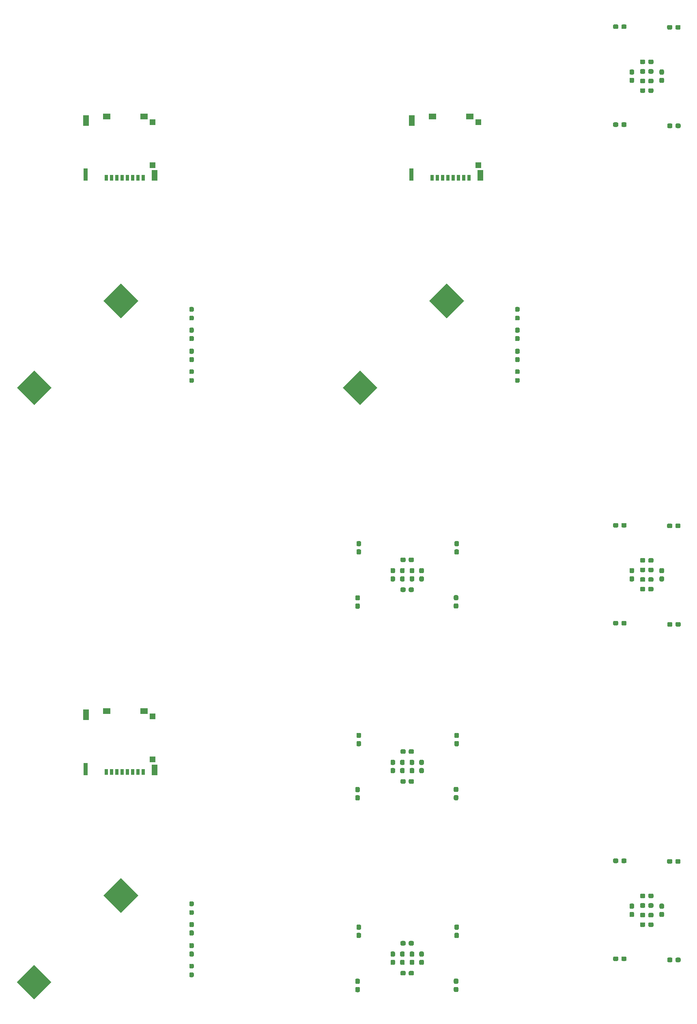
<source format=gbp>
%TF.GenerationSoftware,KiCad,Pcbnew,5.1.7-a382d34a8~87~ubuntu18.04.1*%
%TF.CreationDate,2020-11-13T15:53:21+02:00*%
%TF.ProjectId,panel,70616e65-6c2e-46b6-9963-61645f706362,Rev. A*%
%TF.SameCoordinates,Original*%
%TF.FileFunction,Paste,Bot*%
%TF.FilePolarity,Positive*%
%FSLAX46Y46*%
G04 Gerber Fmt 4.6, Leading zero omitted, Abs format (unit mm)*
G04 Created by KiCad (PCBNEW 5.1.7-a382d34a8~87~ubuntu18.04.1) date 2020-11-13 15:53:21*
%MOMM*%
%LPD*%
G01*
G04 APERTURE LIST*
%ADD10C,0.100000*%
%ADD11R,0.800000X1.250000*%
%ADD12R,0.950000X2.500000*%
%ADD13R,1.150000X2.200000*%
%ADD14R,1.500000X1.150000*%
%ADD15R,1.160000X1.250000*%
G04 APERTURE END LIST*
%TO.C,C14*%
G36*
G01*
X232650000Y-61762500D02*
X232650000Y-62237500D01*
G75*
G02*
X232412500Y-62475000I-237500J0D01*
G01*
X231812500Y-62475000D01*
G75*
G02*
X231575000Y-62237500I0J237500D01*
G01*
X231575000Y-61762500D01*
G75*
G02*
X231812500Y-61525000I237500J0D01*
G01*
X232412500Y-61525000D01*
G75*
G02*
X232650000Y-61762500I0J-237500D01*
G01*
G37*
G36*
G01*
X230925000Y-61762500D02*
X230925000Y-62237500D01*
G75*
G02*
X230687500Y-62475000I-237500J0D01*
G01*
X230087500Y-62475000D01*
G75*
G02*
X229850000Y-62237500I0J237500D01*
G01*
X229850000Y-61762500D01*
G75*
G02*
X230087500Y-61525000I237500J0D01*
G01*
X230687500Y-61525000D01*
G75*
G02*
X230925000Y-61762500I0J-237500D01*
G01*
G37*
%TD*%
%TO.C,C15*%
G36*
G01*
X229850000Y-60237500D02*
X229850000Y-59762500D01*
G75*
G02*
X230087500Y-59525000I237500J0D01*
G01*
X230687500Y-59525000D01*
G75*
G02*
X230925000Y-59762500I0J-237500D01*
G01*
X230925000Y-60237500D01*
G75*
G02*
X230687500Y-60475000I-237500J0D01*
G01*
X230087500Y-60475000D01*
G75*
G02*
X229850000Y-60237500I0J237500D01*
G01*
G37*
G36*
G01*
X231575000Y-60237500D02*
X231575000Y-59762500D01*
G75*
G02*
X231812500Y-59525000I237500J0D01*
G01*
X232412500Y-59525000D01*
G75*
G02*
X232650000Y-59762500I0J-237500D01*
G01*
X232650000Y-60237500D01*
G75*
G02*
X232412500Y-60475000I-237500J0D01*
G01*
X231812500Y-60475000D01*
G75*
G02*
X231575000Y-60237500I0J237500D01*
G01*
G37*
%TD*%
%TO.C,CB6*%
G36*
G01*
X235500000Y-51037500D02*
X235500000Y-50562500D01*
G75*
G02*
X235737500Y-50325000I237500J0D01*
G01*
X236337500Y-50325000D01*
G75*
G02*
X236575000Y-50562500I0J-237500D01*
G01*
X236575000Y-51037500D01*
G75*
G02*
X236337500Y-51275000I-237500J0D01*
G01*
X235737500Y-51275000D01*
G75*
G02*
X235500000Y-51037500I0J237500D01*
G01*
G37*
G36*
G01*
X237225000Y-51037500D02*
X237225000Y-50562500D01*
G75*
G02*
X237462500Y-50325000I237500J0D01*
G01*
X238062500Y-50325000D01*
G75*
G02*
X238300000Y-50562500I0J-237500D01*
G01*
X238300000Y-51037500D01*
G75*
G02*
X238062500Y-51275000I-237500J0D01*
G01*
X237462500Y-51275000D01*
G75*
G02*
X237225000Y-51037500I0J237500D01*
G01*
G37*
%TD*%
%TO.C,CB7*%
G36*
G01*
X232650000Y-57762500D02*
X232650000Y-58237500D01*
G75*
G02*
X232412500Y-58475000I-237500J0D01*
G01*
X231812500Y-58475000D01*
G75*
G02*
X231575000Y-58237500I0J237500D01*
G01*
X231575000Y-57762500D01*
G75*
G02*
X231812500Y-57525000I237500J0D01*
G01*
X232412500Y-57525000D01*
G75*
G02*
X232650000Y-57762500I0J-237500D01*
G01*
G37*
G36*
G01*
X230925000Y-57762500D02*
X230925000Y-58237500D01*
G75*
G02*
X230687500Y-58475000I-237500J0D01*
G01*
X230087500Y-58475000D01*
G75*
G02*
X229850000Y-58237500I0J237500D01*
G01*
X229850000Y-57762500D01*
G75*
G02*
X230087500Y-57525000I237500J0D01*
G01*
X230687500Y-57525000D01*
G75*
G02*
X230925000Y-57762500I0J-237500D01*
G01*
G37*
%TD*%
%TO.C,CB12*%
G36*
G01*
X229850000Y-64237500D02*
X229850000Y-63762500D01*
G75*
G02*
X230087500Y-63525000I237500J0D01*
G01*
X230687500Y-63525000D01*
G75*
G02*
X230925000Y-63762500I0J-237500D01*
G01*
X230925000Y-64237500D01*
G75*
G02*
X230687500Y-64475000I-237500J0D01*
G01*
X230087500Y-64475000D01*
G75*
G02*
X229850000Y-64237500I0J237500D01*
G01*
G37*
G36*
G01*
X231575000Y-64237500D02*
X231575000Y-63762500D01*
G75*
G02*
X231812500Y-63525000I237500J0D01*
G01*
X232412500Y-63525000D01*
G75*
G02*
X232650000Y-63762500I0J-237500D01*
G01*
X232650000Y-64237500D01*
G75*
G02*
X232412500Y-64475000I-237500J0D01*
G01*
X231812500Y-64475000D01*
G75*
G02*
X231575000Y-64237500I0J237500D01*
G01*
G37*
%TD*%
%TO.C,CB13*%
G36*
G01*
X227025000Y-70862500D02*
X227025000Y-71337500D01*
G75*
G02*
X226787500Y-71575000I-237500J0D01*
G01*
X226187500Y-71575000D01*
G75*
G02*
X225950000Y-71337500I0J237500D01*
G01*
X225950000Y-70862500D01*
G75*
G02*
X226187500Y-70625000I237500J0D01*
G01*
X226787500Y-70625000D01*
G75*
G02*
X227025000Y-70862500I0J-237500D01*
G01*
G37*
G36*
G01*
X225300000Y-70862500D02*
X225300000Y-71337500D01*
G75*
G02*
X225062500Y-71575000I-237500J0D01*
G01*
X224462500Y-71575000D01*
G75*
G02*
X224225000Y-71337500I0J237500D01*
G01*
X224225000Y-70862500D01*
G75*
G02*
X224462500Y-70625000I237500J0D01*
G01*
X225062500Y-70625000D01*
G75*
G02*
X225300000Y-70862500I0J-237500D01*
G01*
G37*
%TD*%
%TO.C,CB10*%
G36*
G01*
X234608333Y-62400000D02*
X234133333Y-62400000D01*
G75*
G02*
X233895833Y-62162500I0J237500D01*
G01*
X233895833Y-61562500D01*
G75*
G02*
X234133333Y-61325000I237500J0D01*
G01*
X234608333Y-61325000D01*
G75*
G02*
X234845833Y-61562500I0J-237500D01*
G01*
X234845833Y-62162500D01*
G75*
G02*
X234608333Y-62400000I-237500J0D01*
G01*
G37*
G36*
G01*
X234608333Y-60675000D02*
X234133333Y-60675000D01*
G75*
G02*
X233895833Y-60437500I0J237500D01*
G01*
X233895833Y-59837500D01*
G75*
G02*
X234133333Y-59600000I237500J0D01*
G01*
X234608333Y-59600000D01*
G75*
G02*
X234845833Y-59837500I0J-237500D01*
G01*
X234845833Y-60437500D01*
G75*
G02*
X234608333Y-60675000I-237500J0D01*
G01*
G37*
%TD*%
%TO.C,CB11*%
G36*
G01*
X238325000Y-71112500D02*
X238325000Y-71587500D01*
G75*
G02*
X238087500Y-71825000I-237500J0D01*
G01*
X237487500Y-71825000D01*
G75*
G02*
X237250000Y-71587500I0J237500D01*
G01*
X237250000Y-71112500D01*
G75*
G02*
X237487500Y-70875000I237500J0D01*
G01*
X238087500Y-70875000D01*
G75*
G02*
X238325000Y-71112500I0J-237500D01*
G01*
G37*
G36*
G01*
X236600000Y-71112500D02*
X236600000Y-71587500D01*
G75*
G02*
X236362500Y-71825000I-237500J0D01*
G01*
X235762500Y-71825000D01*
G75*
G02*
X235525000Y-71587500I0J237500D01*
G01*
X235525000Y-71112500D01*
G75*
G02*
X235762500Y-70875000I237500J0D01*
G01*
X236362500Y-70875000D01*
G75*
G02*
X236600000Y-71112500I0J-237500D01*
G01*
G37*
%TD*%
%TO.C,CB8*%
G36*
G01*
X224225000Y-50912500D02*
X224225000Y-50437500D01*
G75*
G02*
X224462500Y-50200000I237500J0D01*
G01*
X225062500Y-50200000D01*
G75*
G02*
X225300000Y-50437500I0J-237500D01*
G01*
X225300000Y-50912500D01*
G75*
G02*
X225062500Y-51150000I-237500J0D01*
G01*
X224462500Y-51150000D01*
G75*
G02*
X224225000Y-50912500I0J237500D01*
G01*
G37*
G36*
G01*
X225950000Y-50912500D02*
X225950000Y-50437500D01*
G75*
G02*
X226187500Y-50200000I237500J0D01*
G01*
X226787500Y-50200000D01*
G75*
G02*
X227025000Y-50437500I0J-237500D01*
G01*
X227025000Y-50912500D01*
G75*
G02*
X226787500Y-51150000I-237500J0D01*
G01*
X226187500Y-51150000D01*
G75*
G02*
X225950000Y-50912500I0J237500D01*
G01*
G37*
%TD*%
%TO.C,CB9*%
G36*
G01*
X227891667Y-59600000D02*
X228366667Y-59600000D01*
G75*
G02*
X228604167Y-59837500I0J-237500D01*
G01*
X228604167Y-60437500D01*
G75*
G02*
X228366667Y-60675000I-237500J0D01*
G01*
X227891667Y-60675000D01*
G75*
G02*
X227654167Y-60437500I0J237500D01*
G01*
X227654167Y-59837500D01*
G75*
G02*
X227891667Y-59600000I237500J0D01*
G01*
G37*
G36*
G01*
X227891667Y-61325000D02*
X228366667Y-61325000D01*
G75*
G02*
X228604167Y-61562500I0J-237500D01*
G01*
X228604167Y-62162500D01*
G75*
G02*
X228366667Y-62400000I-237500J0D01*
G01*
X227891667Y-62400000D01*
G75*
G02*
X227654167Y-62162500I0J237500D01*
G01*
X227654167Y-61562500D01*
G75*
G02*
X227891667Y-61325000I237500J0D01*
G01*
G37*
%TD*%
%TO.C,C14*%
G36*
G01*
X232650000Y-165762500D02*
X232650000Y-166237500D01*
G75*
G02*
X232412500Y-166475000I-237500J0D01*
G01*
X231812500Y-166475000D01*
G75*
G02*
X231575000Y-166237500I0J237500D01*
G01*
X231575000Y-165762500D01*
G75*
G02*
X231812500Y-165525000I237500J0D01*
G01*
X232412500Y-165525000D01*
G75*
G02*
X232650000Y-165762500I0J-237500D01*
G01*
G37*
G36*
G01*
X230925000Y-165762500D02*
X230925000Y-166237500D01*
G75*
G02*
X230687500Y-166475000I-237500J0D01*
G01*
X230087500Y-166475000D01*
G75*
G02*
X229850000Y-166237500I0J237500D01*
G01*
X229850000Y-165762500D01*
G75*
G02*
X230087500Y-165525000I237500J0D01*
G01*
X230687500Y-165525000D01*
G75*
G02*
X230925000Y-165762500I0J-237500D01*
G01*
G37*
%TD*%
%TO.C,C15*%
G36*
G01*
X229850000Y-164237500D02*
X229850000Y-163762500D01*
G75*
G02*
X230087500Y-163525000I237500J0D01*
G01*
X230687500Y-163525000D01*
G75*
G02*
X230925000Y-163762500I0J-237500D01*
G01*
X230925000Y-164237500D01*
G75*
G02*
X230687500Y-164475000I-237500J0D01*
G01*
X230087500Y-164475000D01*
G75*
G02*
X229850000Y-164237500I0J237500D01*
G01*
G37*
G36*
G01*
X231575000Y-164237500D02*
X231575000Y-163762500D01*
G75*
G02*
X231812500Y-163525000I237500J0D01*
G01*
X232412500Y-163525000D01*
G75*
G02*
X232650000Y-163762500I0J-237500D01*
G01*
X232650000Y-164237500D01*
G75*
G02*
X232412500Y-164475000I-237500J0D01*
G01*
X231812500Y-164475000D01*
G75*
G02*
X231575000Y-164237500I0J237500D01*
G01*
G37*
%TD*%
%TO.C,CB6*%
G36*
G01*
X235500000Y-155037500D02*
X235500000Y-154562500D01*
G75*
G02*
X235737500Y-154325000I237500J0D01*
G01*
X236337500Y-154325000D01*
G75*
G02*
X236575000Y-154562500I0J-237500D01*
G01*
X236575000Y-155037500D01*
G75*
G02*
X236337500Y-155275000I-237500J0D01*
G01*
X235737500Y-155275000D01*
G75*
G02*
X235500000Y-155037500I0J237500D01*
G01*
G37*
G36*
G01*
X237225000Y-155037500D02*
X237225000Y-154562500D01*
G75*
G02*
X237462500Y-154325000I237500J0D01*
G01*
X238062500Y-154325000D01*
G75*
G02*
X238300000Y-154562500I0J-237500D01*
G01*
X238300000Y-155037500D01*
G75*
G02*
X238062500Y-155275000I-237500J0D01*
G01*
X237462500Y-155275000D01*
G75*
G02*
X237225000Y-155037500I0J237500D01*
G01*
G37*
%TD*%
%TO.C,CB7*%
G36*
G01*
X232650000Y-161762500D02*
X232650000Y-162237500D01*
G75*
G02*
X232412500Y-162475000I-237500J0D01*
G01*
X231812500Y-162475000D01*
G75*
G02*
X231575000Y-162237500I0J237500D01*
G01*
X231575000Y-161762500D01*
G75*
G02*
X231812500Y-161525000I237500J0D01*
G01*
X232412500Y-161525000D01*
G75*
G02*
X232650000Y-161762500I0J-237500D01*
G01*
G37*
G36*
G01*
X230925000Y-161762500D02*
X230925000Y-162237500D01*
G75*
G02*
X230687500Y-162475000I-237500J0D01*
G01*
X230087500Y-162475000D01*
G75*
G02*
X229850000Y-162237500I0J237500D01*
G01*
X229850000Y-161762500D01*
G75*
G02*
X230087500Y-161525000I237500J0D01*
G01*
X230687500Y-161525000D01*
G75*
G02*
X230925000Y-161762500I0J-237500D01*
G01*
G37*
%TD*%
%TO.C,CB12*%
G36*
G01*
X229850000Y-168237500D02*
X229850000Y-167762500D01*
G75*
G02*
X230087500Y-167525000I237500J0D01*
G01*
X230687500Y-167525000D01*
G75*
G02*
X230925000Y-167762500I0J-237500D01*
G01*
X230925000Y-168237500D01*
G75*
G02*
X230687500Y-168475000I-237500J0D01*
G01*
X230087500Y-168475000D01*
G75*
G02*
X229850000Y-168237500I0J237500D01*
G01*
G37*
G36*
G01*
X231575000Y-168237500D02*
X231575000Y-167762500D01*
G75*
G02*
X231812500Y-167525000I237500J0D01*
G01*
X232412500Y-167525000D01*
G75*
G02*
X232650000Y-167762500I0J-237500D01*
G01*
X232650000Y-168237500D01*
G75*
G02*
X232412500Y-168475000I-237500J0D01*
G01*
X231812500Y-168475000D01*
G75*
G02*
X231575000Y-168237500I0J237500D01*
G01*
G37*
%TD*%
%TO.C,CB13*%
G36*
G01*
X227025000Y-174862500D02*
X227025000Y-175337500D01*
G75*
G02*
X226787500Y-175575000I-237500J0D01*
G01*
X226187500Y-175575000D01*
G75*
G02*
X225950000Y-175337500I0J237500D01*
G01*
X225950000Y-174862500D01*
G75*
G02*
X226187500Y-174625000I237500J0D01*
G01*
X226787500Y-174625000D01*
G75*
G02*
X227025000Y-174862500I0J-237500D01*
G01*
G37*
G36*
G01*
X225300000Y-174862500D02*
X225300000Y-175337500D01*
G75*
G02*
X225062500Y-175575000I-237500J0D01*
G01*
X224462500Y-175575000D01*
G75*
G02*
X224225000Y-175337500I0J237500D01*
G01*
X224225000Y-174862500D01*
G75*
G02*
X224462500Y-174625000I237500J0D01*
G01*
X225062500Y-174625000D01*
G75*
G02*
X225300000Y-174862500I0J-237500D01*
G01*
G37*
%TD*%
%TO.C,CB10*%
G36*
G01*
X234608333Y-166400000D02*
X234133333Y-166400000D01*
G75*
G02*
X233895833Y-166162500I0J237500D01*
G01*
X233895833Y-165562500D01*
G75*
G02*
X234133333Y-165325000I237500J0D01*
G01*
X234608333Y-165325000D01*
G75*
G02*
X234845833Y-165562500I0J-237500D01*
G01*
X234845833Y-166162500D01*
G75*
G02*
X234608333Y-166400000I-237500J0D01*
G01*
G37*
G36*
G01*
X234608333Y-164675000D02*
X234133333Y-164675000D01*
G75*
G02*
X233895833Y-164437500I0J237500D01*
G01*
X233895833Y-163837500D01*
G75*
G02*
X234133333Y-163600000I237500J0D01*
G01*
X234608333Y-163600000D01*
G75*
G02*
X234845833Y-163837500I0J-237500D01*
G01*
X234845833Y-164437500D01*
G75*
G02*
X234608333Y-164675000I-237500J0D01*
G01*
G37*
%TD*%
%TO.C,CB11*%
G36*
G01*
X238325000Y-175112500D02*
X238325000Y-175587500D01*
G75*
G02*
X238087500Y-175825000I-237500J0D01*
G01*
X237487500Y-175825000D01*
G75*
G02*
X237250000Y-175587500I0J237500D01*
G01*
X237250000Y-175112500D01*
G75*
G02*
X237487500Y-174875000I237500J0D01*
G01*
X238087500Y-174875000D01*
G75*
G02*
X238325000Y-175112500I0J-237500D01*
G01*
G37*
G36*
G01*
X236600000Y-175112500D02*
X236600000Y-175587500D01*
G75*
G02*
X236362500Y-175825000I-237500J0D01*
G01*
X235762500Y-175825000D01*
G75*
G02*
X235525000Y-175587500I0J237500D01*
G01*
X235525000Y-175112500D01*
G75*
G02*
X235762500Y-174875000I237500J0D01*
G01*
X236362500Y-174875000D01*
G75*
G02*
X236600000Y-175112500I0J-237500D01*
G01*
G37*
%TD*%
%TO.C,CB8*%
G36*
G01*
X224225000Y-154912500D02*
X224225000Y-154437500D01*
G75*
G02*
X224462500Y-154200000I237500J0D01*
G01*
X225062500Y-154200000D01*
G75*
G02*
X225300000Y-154437500I0J-237500D01*
G01*
X225300000Y-154912500D01*
G75*
G02*
X225062500Y-155150000I-237500J0D01*
G01*
X224462500Y-155150000D01*
G75*
G02*
X224225000Y-154912500I0J237500D01*
G01*
G37*
G36*
G01*
X225950000Y-154912500D02*
X225950000Y-154437500D01*
G75*
G02*
X226187500Y-154200000I237500J0D01*
G01*
X226787500Y-154200000D01*
G75*
G02*
X227025000Y-154437500I0J-237500D01*
G01*
X227025000Y-154912500D01*
G75*
G02*
X226787500Y-155150000I-237500J0D01*
G01*
X226187500Y-155150000D01*
G75*
G02*
X225950000Y-154912500I0J237500D01*
G01*
G37*
%TD*%
%TO.C,CB9*%
G36*
G01*
X227891667Y-163600000D02*
X228366667Y-163600000D01*
G75*
G02*
X228604167Y-163837500I0J-237500D01*
G01*
X228604167Y-164437500D01*
G75*
G02*
X228366667Y-164675000I-237500J0D01*
G01*
X227891667Y-164675000D01*
G75*
G02*
X227654167Y-164437500I0J237500D01*
G01*
X227654167Y-163837500D01*
G75*
G02*
X227891667Y-163600000I237500J0D01*
G01*
G37*
G36*
G01*
X227891667Y-165325000D02*
X228366667Y-165325000D01*
G75*
G02*
X228604167Y-165562500I0J-237500D01*
G01*
X228604167Y-166162500D01*
G75*
G02*
X228366667Y-166400000I-237500J0D01*
G01*
X227891667Y-166400000D01*
G75*
G02*
X227654167Y-166162500I0J237500D01*
G01*
X227654167Y-165562500D01*
G75*
G02*
X227891667Y-165325000I237500J0D01*
G01*
G37*
%TD*%
%TO.C,C14*%
G36*
G01*
X232650000Y-235762500D02*
X232650000Y-236237500D01*
G75*
G02*
X232412500Y-236475000I-237500J0D01*
G01*
X231812500Y-236475000D01*
G75*
G02*
X231575000Y-236237500I0J237500D01*
G01*
X231575000Y-235762500D01*
G75*
G02*
X231812500Y-235525000I237500J0D01*
G01*
X232412500Y-235525000D01*
G75*
G02*
X232650000Y-235762500I0J-237500D01*
G01*
G37*
G36*
G01*
X230925000Y-235762500D02*
X230925000Y-236237500D01*
G75*
G02*
X230687500Y-236475000I-237500J0D01*
G01*
X230087500Y-236475000D01*
G75*
G02*
X229850000Y-236237500I0J237500D01*
G01*
X229850000Y-235762500D01*
G75*
G02*
X230087500Y-235525000I237500J0D01*
G01*
X230687500Y-235525000D01*
G75*
G02*
X230925000Y-235762500I0J-237500D01*
G01*
G37*
%TD*%
%TO.C,C15*%
G36*
G01*
X229850000Y-234237500D02*
X229850000Y-233762500D01*
G75*
G02*
X230087500Y-233525000I237500J0D01*
G01*
X230687500Y-233525000D01*
G75*
G02*
X230925000Y-233762500I0J-237500D01*
G01*
X230925000Y-234237500D01*
G75*
G02*
X230687500Y-234475000I-237500J0D01*
G01*
X230087500Y-234475000D01*
G75*
G02*
X229850000Y-234237500I0J237500D01*
G01*
G37*
G36*
G01*
X231575000Y-234237500D02*
X231575000Y-233762500D01*
G75*
G02*
X231812500Y-233525000I237500J0D01*
G01*
X232412500Y-233525000D01*
G75*
G02*
X232650000Y-233762500I0J-237500D01*
G01*
X232650000Y-234237500D01*
G75*
G02*
X232412500Y-234475000I-237500J0D01*
G01*
X231812500Y-234475000D01*
G75*
G02*
X231575000Y-234237500I0J237500D01*
G01*
G37*
%TD*%
%TO.C,CB6*%
G36*
G01*
X235500000Y-225037500D02*
X235500000Y-224562500D01*
G75*
G02*
X235737500Y-224325000I237500J0D01*
G01*
X236337500Y-224325000D01*
G75*
G02*
X236575000Y-224562500I0J-237500D01*
G01*
X236575000Y-225037500D01*
G75*
G02*
X236337500Y-225275000I-237500J0D01*
G01*
X235737500Y-225275000D01*
G75*
G02*
X235500000Y-225037500I0J237500D01*
G01*
G37*
G36*
G01*
X237225000Y-225037500D02*
X237225000Y-224562500D01*
G75*
G02*
X237462500Y-224325000I237500J0D01*
G01*
X238062500Y-224325000D01*
G75*
G02*
X238300000Y-224562500I0J-237500D01*
G01*
X238300000Y-225037500D01*
G75*
G02*
X238062500Y-225275000I-237500J0D01*
G01*
X237462500Y-225275000D01*
G75*
G02*
X237225000Y-225037500I0J237500D01*
G01*
G37*
%TD*%
%TO.C,CB7*%
G36*
G01*
X232650000Y-231762500D02*
X232650000Y-232237500D01*
G75*
G02*
X232412500Y-232475000I-237500J0D01*
G01*
X231812500Y-232475000D01*
G75*
G02*
X231575000Y-232237500I0J237500D01*
G01*
X231575000Y-231762500D01*
G75*
G02*
X231812500Y-231525000I237500J0D01*
G01*
X232412500Y-231525000D01*
G75*
G02*
X232650000Y-231762500I0J-237500D01*
G01*
G37*
G36*
G01*
X230925000Y-231762500D02*
X230925000Y-232237500D01*
G75*
G02*
X230687500Y-232475000I-237500J0D01*
G01*
X230087500Y-232475000D01*
G75*
G02*
X229850000Y-232237500I0J237500D01*
G01*
X229850000Y-231762500D01*
G75*
G02*
X230087500Y-231525000I237500J0D01*
G01*
X230687500Y-231525000D01*
G75*
G02*
X230925000Y-231762500I0J-237500D01*
G01*
G37*
%TD*%
%TO.C,CB12*%
G36*
G01*
X229850000Y-238237500D02*
X229850000Y-237762500D01*
G75*
G02*
X230087500Y-237525000I237500J0D01*
G01*
X230687500Y-237525000D01*
G75*
G02*
X230925000Y-237762500I0J-237500D01*
G01*
X230925000Y-238237500D01*
G75*
G02*
X230687500Y-238475000I-237500J0D01*
G01*
X230087500Y-238475000D01*
G75*
G02*
X229850000Y-238237500I0J237500D01*
G01*
G37*
G36*
G01*
X231575000Y-238237500D02*
X231575000Y-237762500D01*
G75*
G02*
X231812500Y-237525000I237500J0D01*
G01*
X232412500Y-237525000D01*
G75*
G02*
X232650000Y-237762500I0J-237500D01*
G01*
X232650000Y-238237500D01*
G75*
G02*
X232412500Y-238475000I-237500J0D01*
G01*
X231812500Y-238475000D01*
G75*
G02*
X231575000Y-238237500I0J237500D01*
G01*
G37*
%TD*%
%TO.C,CB13*%
G36*
G01*
X227025000Y-244862500D02*
X227025000Y-245337500D01*
G75*
G02*
X226787500Y-245575000I-237500J0D01*
G01*
X226187500Y-245575000D01*
G75*
G02*
X225950000Y-245337500I0J237500D01*
G01*
X225950000Y-244862500D01*
G75*
G02*
X226187500Y-244625000I237500J0D01*
G01*
X226787500Y-244625000D01*
G75*
G02*
X227025000Y-244862500I0J-237500D01*
G01*
G37*
G36*
G01*
X225300000Y-244862500D02*
X225300000Y-245337500D01*
G75*
G02*
X225062500Y-245575000I-237500J0D01*
G01*
X224462500Y-245575000D01*
G75*
G02*
X224225000Y-245337500I0J237500D01*
G01*
X224225000Y-244862500D01*
G75*
G02*
X224462500Y-244625000I237500J0D01*
G01*
X225062500Y-244625000D01*
G75*
G02*
X225300000Y-244862500I0J-237500D01*
G01*
G37*
%TD*%
%TO.C,CB10*%
G36*
G01*
X234608333Y-236400000D02*
X234133333Y-236400000D01*
G75*
G02*
X233895833Y-236162500I0J237500D01*
G01*
X233895833Y-235562500D01*
G75*
G02*
X234133333Y-235325000I237500J0D01*
G01*
X234608333Y-235325000D01*
G75*
G02*
X234845833Y-235562500I0J-237500D01*
G01*
X234845833Y-236162500D01*
G75*
G02*
X234608333Y-236400000I-237500J0D01*
G01*
G37*
G36*
G01*
X234608333Y-234675000D02*
X234133333Y-234675000D01*
G75*
G02*
X233895833Y-234437500I0J237500D01*
G01*
X233895833Y-233837500D01*
G75*
G02*
X234133333Y-233600000I237500J0D01*
G01*
X234608333Y-233600000D01*
G75*
G02*
X234845833Y-233837500I0J-237500D01*
G01*
X234845833Y-234437500D01*
G75*
G02*
X234608333Y-234675000I-237500J0D01*
G01*
G37*
%TD*%
%TO.C,CB11*%
G36*
G01*
X238325000Y-245112500D02*
X238325000Y-245587500D01*
G75*
G02*
X238087500Y-245825000I-237500J0D01*
G01*
X237487500Y-245825000D01*
G75*
G02*
X237250000Y-245587500I0J237500D01*
G01*
X237250000Y-245112500D01*
G75*
G02*
X237487500Y-244875000I237500J0D01*
G01*
X238087500Y-244875000D01*
G75*
G02*
X238325000Y-245112500I0J-237500D01*
G01*
G37*
G36*
G01*
X236600000Y-245112500D02*
X236600000Y-245587500D01*
G75*
G02*
X236362500Y-245825000I-237500J0D01*
G01*
X235762500Y-245825000D01*
G75*
G02*
X235525000Y-245587500I0J237500D01*
G01*
X235525000Y-245112500D01*
G75*
G02*
X235762500Y-244875000I237500J0D01*
G01*
X236362500Y-244875000D01*
G75*
G02*
X236600000Y-245112500I0J-237500D01*
G01*
G37*
%TD*%
%TO.C,CB8*%
G36*
G01*
X224225000Y-224912500D02*
X224225000Y-224437500D01*
G75*
G02*
X224462500Y-224200000I237500J0D01*
G01*
X225062500Y-224200000D01*
G75*
G02*
X225300000Y-224437500I0J-237500D01*
G01*
X225300000Y-224912500D01*
G75*
G02*
X225062500Y-225150000I-237500J0D01*
G01*
X224462500Y-225150000D01*
G75*
G02*
X224225000Y-224912500I0J237500D01*
G01*
G37*
G36*
G01*
X225950000Y-224912500D02*
X225950000Y-224437500D01*
G75*
G02*
X226187500Y-224200000I237500J0D01*
G01*
X226787500Y-224200000D01*
G75*
G02*
X227025000Y-224437500I0J-237500D01*
G01*
X227025000Y-224912500D01*
G75*
G02*
X226787500Y-225150000I-237500J0D01*
G01*
X226187500Y-225150000D01*
G75*
G02*
X225950000Y-224912500I0J237500D01*
G01*
G37*
%TD*%
%TO.C,CB9*%
G36*
G01*
X227891667Y-233600000D02*
X228366667Y-233600000D01*
G75*
G02*
X228604167Y-233837500I0J-237500D01*
G01*
X228604167Y-234437500D01*
G75*
G02*
X228366667Y-234675000I-237500J0D01*
G01*
X227891667Y-234675000D01*
G75*
G02*
X227654167Y-234437500I0J237500D01*
G01*
X227654167Y-233837500D01*
G75*
G02*
X227891667Y-233600000I237500J0D01*
G01*
G37*
G36*
G01*
X227891667Y-235325000D02*
X228366667Y-235325000D01*
G75*
G02*
X228604167Y-235562500I0J-237500D01*
G01*
X228604167Y-236162500D01*
G75*
G02*
X228366667Y-236400000I-237500J0D01*
G01*
X227891667Y-236400000D01*
G75*
G02*
X227654167Y-236162500I0J237500D01*
G01*
X227654167Y-235562500D01*
G75*
G02*
X227891667Y-235325000I237500J0D01*
G01*
G37*
%TD*%
%TO.C,C14*%
G36*
G01*
X180487500Y-246400000D02*
X180012500Y-246400000D01*
G75*
G02*
X179775000Y-246162500I0J237500D01*
G01*
X179775000Y-245562500D01*
G75*
G02*
X180012500Y-245325000I237500J0D01*
G01*
X180487500Y-245325000D01*
G75*
G02*
X180725000Y-245562500I0J-237500D01*
G01*
X180725000Y-246162500D01*
G75*
G02*
X180487500Y-246400000I-237500J0D01*
G01*
G37*
G36*
G01*
X180487500Y-244675000D02*
X180012500Y-244675000D01*
G75*
G02*
X179775000Y-244437500I0J237500D01*
G01*
X179775000Y-243837500D01*
G75*
G02*
X180012500Y-243600000I237500J0D01*
G01*
X180487500Y-243600000D01*
G75*
G02*
X180725000Y-243837500I0J-237500D01*
G01*
X180725000Y-244437500D01*
G75*
G02*
X180487500Y-244675000I-237500J0D01*
G01*
G37*
%TD*%
%TO.C,C15*%
G36*
G01*
X182012500Y-243600000D02*
X182487500Y-243600000D01*
G75*
G02*
X182725000Y-243837500I0J-237500D01*
G01*
X182725000Y-244437500D01*
G75*
G02*
X182487500Y-244675000I-237500J0D01*
G01*
X182012500Y-244675000D01*
G75*
G02*
X181775000Y-244437500I0J237500D01*
G01*
X181775000Y-243837500D01*
G75*
G02*
X182012500Y-243600000I237500J0D01*
G01*
G37*
G36*
G01*
X182012500Y-245325000D02*
X182487500Y-245325000D01*
G75*
G02*
X182725000Y-245562500I0J-237500D01*
G01*
X182725000Y-246162500D01*
G75*
G02*
X182487500Y-246400000I-237500J0D01*
G01*
X182012500Y-246400000D01*
G75*
G02*
X181775000Y-246162500I0J237500D01*
G01*
X181775000Y-245562500D01*
G75*
G02*
X182012500Y-245325000I237500J0D01*
G01*
G37*
%TD*%
%TO.C,CB6*%
G36*
G01*
X191212500Y-249250000D02*
X191687500Y-249250000D01*
G75*
G02*
X191925000Y-249487500I0J-237500D01*
G01*
X191925000Y-250087500D01*
G75*
G02*
X191687500Y-250325000I-237500J0D01*
G01*
X191212500Y-250325000D01*
G75*
G02*
X190975000Y-250087500I0J237500D01*
G01*
X190975000Y-249487500D01*
G75*
G02*
X191212500Y-249250000I237500J0D01*
G01*
G37*
G36*
G01*
X191212500Y-250975000D02*
X191687500Y-250975000D01*
G75*
G02*
X191925000Y-251212500I0J-237500D01*
G01*
X191925000Y-251812500D01*
G75*
G02*
X191687500Y-252050000I-237500J0D01*
G01*
X191212500Y-252050000D01*
G75*
G02*
X190975000Y-251812500I0J237500D01*
G01*
X190975000Y-251212500D01*
G75*
G02*
X191212500Y-250975000I237500J0D01*
G01*
G37*
%TD*%
%TO.C,CB7*%
G36*
G01*
X184487500Y-246400000D02*
X184012500Y-246400000D01*
G75*
G02*
X183775000Y-246162500I0J237500D01*
G01*
X183775000Y-245562500D01*
G75*
G02*
X184012500Y-245325000I237500J0D01*
G01*
X184487500Y-245325000D01*
G75*
G02*
X184725000Y-245562500I0J-237500D01*
G01*
X184725000Y-246162500D01*
G75*
G02*
X184487500Y-246400000I-237500J0D01*
G01*
G37*
G36*
G01*
X184487500Y-244675000D02*
X184012500Y-244675000D01*
G75*
G02*
X183775000Y-244437500I0J237500D01*
G01*
X183775000Y-243837500D01*
G75*
G02*
X184012500Y-243600000I237500J0D01*
G01*
X184487500Y-243600000D01*
G75*
G02*
X184725000Y-243837500I0J-237500D01*
G01*
X184725000Y-244437500D01*
G75*
G02*
X184487500Y-244675000I-237500J0D01*
G01*
G37*
%TD*%
%TO.C,CB12*%
G36*
G01*
X178012500Y-243600000D02*
X178487500Y-243600000D01*
G75*
G02*
X178725000Y-243837500I0J-237500D01*
G01*
X178725000Y-244437500D01*
G75*
G02*
X178487500Y-244675000I-237500J0D01*
G01*
X178012500Y-244675000D01*
G75*
G02*
X177775000Y-244437500I0J237500D01*
G01*
X177775000Y-243837500D01*
G75*
G02*
X178012500Y-243600000I237500J0D01*
G01*
G37*
G36*
G01*
X178012500Y-245325000D02*
X178487500Y-245325000D01*
G75*
G02*
X178725000Y-245562500I0J-237500D01*
G01*
X178725000Y-246162500D01*
G75*
G02*
X178487500Y-246400000I-237500J0D01*
G01*
X178012500Y-246400000D01*
G75*
G02*
X177775000Y-246162500I0J237500D01*
G01*
X177775000Y-245562500D01*
G75*
G02*
X178012500Y-245325000I237500J0D01*
G01*
G37*
%TD*%
%TO.C,CB13*%
G36*
G01*
X171387500Y-240775000D02*
X170912500Y-240775000D01*
G75*
G02*
X170675000Y-240537500I0J237500D01*
G01*
X170675000Y-239937500D01*
G75*
G02*
X170912500Y-239700000I237500J0D01*
G01*
X171387500Y-239700000D01*
G75*
G02*
X171625000Y-239937500I0J-237500D01*
G01*
X171625000Y-240537500D01*
G75*
G02*
X171387500Y-240775000I-237500J0D01*
G01*
G37*
G36*
G01*
X171387500Y-239050000D02*
X170912500Y-239050000D01*
G75*
G02*
X170675000Y-238812500I0J237500D01*
G01*
X170675000Y-238212500D01*
G75*
G02*
X170912500Y-237975000I237500J0D01*
G01*
X171387500Y-237975000D01*
G75*
G02*
X171625000Y-238212500I0J-237500D01*
G01*
X171625000Y-238812500D01*
G75*
G02*
X171387500Y-239050000I-237500J0D01*
G01*
G37*
%TD*%
%TO.C,CB10*%
G36*
G01*
X179850000Y-248358333D02*
X179850000Y-247883333D01*
G75*
G02*
X180087500Y-247645833I237500J0D01*
G01*
X180687500Y-247645833D01*
G75*
G02*
X180925000Y-247883333I0J-237500D01*
G01*
X180925000Y-248358333D01*
G75*
G02*
X180687500Y-248595833I-237500J0D01*
G01*
X180087500Y-248595833D01*
G75*
G02*
X179850000Y-248358333I0J237500D01*
G01*
G37*
G36*
G01*
X181575000Y-248358333D02*
X181575000Y-247883333D01*
G75*
G02*
X181812500Y-247645833I237500J0D01*
G01*
X182412500Y-247645833D01*
G75*
G02*
X182650000Y-247883333I0J-237500D01*
G01*
X182650000Y-248358333D01*
G75*
G02*
X182412500Y-248595833I-237500J0D01*
G01*
X181812500Y-248595833D01*
G75*
G02*
X181575000Y-248358333I0J237500D01*
G01*
G37*
%TD*%
%TO.C,CB11*%
G36*
G01*
X171137500Y-252075000D02*
X170662500Y-252075000D01*
G75*
G02*
X170425000Y-251837500I0J237500D01*
G01*
X170425000Y-251237500D01*
G75*
G02*
X170662500Y-251000000I237500J0D01*
G01*
X171137500Y-251000000D01*
G75*
G02*
X171375000Y-251237500I0J-237500D01*
G01*
X171375000Y-251837500D01*
G75*
G02*
X171137500Y-252075000I-237500J0D01*
G01*
G37*
G36*
G01*
X171137500Y-250350000D02*
X170662500Y-250350000D01*
G75*
G02*
X170425000Y-250112500I0J237500D01*
G01*
X170425000Y-249512500D01*
G75*
G02*
X170662500Y-249275000I237500J0D01*
G01*
X171137500Y-249275000D01*
G75*
G02*
X171375000Y-249512500I0J-237500D01*
G01*
X171375000Y-250112500D01*
G75*
G02*
X171137500Y-250350000I-237500J0D01*
G01*
G37*
%TD*%
%TO.C,CB8*%
G36*
G01*
X191337500Y-237975000D02*
X191812500Y-237975000D01*
G75*
G02*
X192050000Y-238212500I0J-237500D01*
G01*
X192050000Y-238812500D01*
G75*
G02*
X191812500Y-239050000I-237500J0D01*
G01*
X191337500Y-239050000D01*
G75*
G02*
X191100000Y-238812500I0J237500D01*
G01*
X191100000Y-238212500D01*
G75*
G02*
X191337500Y-237975000I237500J0D01*
G01*
G37*
G36*
G01*
X191337500Y-239700000D02*
X191812500Y-239700000D01*
G75*
G02*
X192050000Y-239937500I0J-237500D01*
G01*
X192050000Y-240537500D01*
G75*
G02*
X191812500Y-240775000I-237500J0D01*
G01*
X191337500Y-240775000D01*
G75*
G02*
X191100000Y-240537500I0J237500D01*
G01*
X191100000Y-239937500D01*
G75*
G02*
X191337500Y-239700000I237500J0D01*
G01*
G37*
%TD*%
%TO.C,CB9*%
G36*
G01*
X182650000Y-241641667D02*
X182650000Y-242116667D01*
G75*
G02*
X182412500Y-242354167I-237500J0D01*
G01*
X181812500Y-242354167D01*
G75*
G02*
X181575000Y-242116667I0J237500D01*
G01*
X181575000Y-241641667D01*
G75*
G02*
X181812500Y-241404167I237500J0D01*
G01*
X182412500Y-241404167D01*
G75*
G02*
X182650000Y-241641667I0J-237500D01*
G01*
G37*
G36*
G01*
X180925000Y-241641667D02*
X180925000Y-242116667D01*
G75*
G02*
X180687500Y-242354167I-237500J0D01*
G01*
X180087500Y-242354167D01*
G75*
G02*
X179850000Y-242116667I0J237500D01*
G01*
X179850000Y-241641667D01*
G75*
G02*
X180087500Y-241404167I237500J0D01*
G01*
X180687500Y-241404167D01*
G75*
G02*
X180925000Y-241641667I0J-237500D01*
G01*
G37*
%TD*%
%TO.C,C14*%
G36*
G01*
X180487500Y-206400000D02*
X180012500Y-206400000D01*
G75*
G02*
X179775000Y-206162500I0J237500D01*
G01*
X179775000Y-205562500D01*
G75*
G02*
X180012500Y-205325000I237500J0D01*
G01*
X180487500Y-205325000D01*
G75*
G02*
X180725000Y-205562500I0J-237500D01*
G01*
X180725000Y-206162500D01*
G75*
G02*
X180487500Y-206400000I-237500J0D01*
G01*
G37*
G36*
G01*
X180487500Y-204675000D02*
X180012500Y-204675000D01*
G75*
G02*
X179775000Y-204437500I0J237500D01*
G01*
X179775000Y-203837500D01*
G75*
G02*
X180012500Y-203600000I237500J0D01*
G01*
X180487500Y-203600000D01*
G75*
G02*
X180725000Y-203837500I0J-237500D01*
G01*
X180725000Y-204437500D01*
G75*
G02*
X180487500Y-204675000I-237500J0D01*
G01*
G37*
%TD*%
%TO.C,C15*%
G36*
G01*
X182012500Y-203600000D02*
X182487500Y-203600000D01*
G75*
G02*
X182725000Y-203837500I0J-237500D01*
G01*
X182725000Y-204437500D01*
G75*
G02*
X182487500Y-204675000I-237500J0D01*
G01*
X182012500Y-204675000D01*
G75*
G02*
X181775000Y-204437500I0J237500D01*
G01*
X181775000Y-203837500D01*
G75*
G02*
X182012500Y-203600000I237500J0D01*
G01*
G37*
G36*
G01*
X182012500Y-205325000D02*
X182487500Y-205325000D01*
G75*
G02*
X182725000Y-205562500I0J-237500D01*
G01*
X182725000Y-206162500D01*
G75*
G02*
X182487500Y-206400000I-237500J0D01*
G01*
X182012500Y-206400000D01*
G75*
G02*
X181775000Y-206162500I0J237500D01*
G01*
X181775000Y-205562500D01*
G75*
G02*
X182012500Y-205325000I237500J0D01*
G01*
G37*
%TD*%
%TO.C,CB6*%
G36*
G01*
X191212500Y-209250000D02*
X191687500Y-209250000D01*
G75*
G02*
X191925000Y-209487500I0J-237500D01*
G01*
X191925000Y-210087500D01*
G75*
G02*
X191687500Y-210325000I-237500J0D01*
G01*
X191212500Y-210325000D01*
G75*
G02*
X190975000Y-210087500I0J237500D01*
G01*
X190975000Y-209487500D01*
G75*
G02*
X191212500Y-209250000I237500J0D01*
G01*
G37*
G36*
G01*
X191212500Y-210975000D02*
X191687500Y-210975000D01*
G75*
G02*
X191925000Y-211212500I0J-237500D01*
G01*
X191925000Y-211812500D01*
G75*
G02*
X191687500Y-212050000I-237500J0D01*
G01*
X191212500Y-212050000D01*
G75*
G02*
X190975000Y-211812500I0J237500D01*
G01*
X190975000Y-211212500D01*
G75*
G02*
X191212500Y-210975000I237500J0D01*
G01*
G37*
%TD*%
%TO.C,CB7*%
G36*
G01*
X184487500Y-206400000D02*
X184012500Y-206400000D01*
G75*
G02*
X183775000Y-206162500I0J237500D01*
G01*
X183775000Y-205562500D01*
G75*
G02*
X184012500Y-205325000I237500J0D01*
G01*
X184487500Y-205325000D01*
G75*
G02*
X184725000Y-205562500I0J-237500D01*
G01*
X184725000Y-206162500D01*
G75*
G02*
X184487500Y-206400000I-237500J0D01*
G01*
G37*
G36*
G01*
X184487500Y-204675000D02*
X184012500Y-204675000D01*
G75*
G02*
X183775000Y-204437500I0J237500D01*
G01*
X183775000Y-203837500D01*
G75*
G02*
X184012500Y-203600000I237500J0D01*
G01*
X184487500Y-203600000D01*
G75*
G02*
X184725000Y-203837500I0J-237500D01*
G01*
X184725000Y-204437500D01*
G75*
G02*
X184487500Y-204675000I-237500J0D01*
G01*
G37*
%TD*%
%TO.C,CB12*%
G36*
G01*
X178012500Y-203600000D02*
X178487500Y-203600000D01*
G75*
G02*
X178725000Y-203837500I0J-237500D01*
G01*
X178725000Y-204437500D01*
G75*
G02*
X178487500Y-204675000I-237500J0D01*
G01*
X178012500Y-204675000D01*
G75*
G02*
X177775000Y-204437500I0J237500D01*
G01*
X177775000Y-203837500D01*
G75*
G02*
X178012500Y-203600000I237500J0D01*
G01*
G37*
G36*
G01*
X178012500Y-205325000D02*
X178487500Y-205325000D01*
G75*
G02*
X178725000Y-205562500I0J-237500D01*
G01*
X178725000Y-206162500D01*
G75*
G02*
X178487500Y-206400000I-237500J0D01*
G01*
X178012500Y-206400000D01*
G75*
G02*
X177775000Y-206162500I0J237500D01*
G01*
X177775000Y-205562500D01*
G75*
G02*
X178012500Y-205325000I237500J0D01*
G01*
G37*
%TD*%
%TO.C,CB13*%
G36*
G01*
X171387500Y-200775000D02*
X170912500Y-200775000D01*
G75*
G02*
X170675000Y-200537500I0J237500D01*
G01*
X170675000Y-199937500D01*
G75*
G02*
X170912500Y-199700000I237500J0D01*
G01*
X171387500Y-199700000D01*
G75*
G02*
X171625000Y-199937500I0J-237500D01*
G01*
X171625000Y-200537500D01*
G75*
G02*
X171387500Y-200775000I-237500J0D01*
G01*
G37*
G36*
G01*
X171387500Y-199050000D02*
X170912500Y-199050000D01*
G75*
G02*
X170675000Y-198812500I0J237500D01*
G01*
X170675000Y-198212500D01*
G75*
G02*
X170912500Y-197975000I237500J0D01*
G01*
X171387500Y-197975000D01*
G75*
G02*
X171625000Y-198212500I0J-237500D01*
G01*
X171625000Y-198812500D01*
G75*
G02*
X171387500Y-199050000I-237500J0D01*
G01*
G37*
%TD*%
%TO.C,CB10*%
G36*
G01*
X179850000Y-208358333D02*
X179850000Y-207883333D01*
G75*
G02*
X180087500Y-207645833I237500J0D01*
G01*
X180687500Y-207645833D01*
G75*
G02*
X180925000Y-207883333I0J-237500D01*
G01*
X180925000Y-208358333D01*
G75*
G02*
X180687500Y-208595833I-237500J0D01*
G01*
X180087500Y-208595833D01*
G75*
G02*
X179850000Y-208358333I0J237500D01*
G01*
G37*
G36*
G01*
X181575000Y-208358333D02*
X181575000Y-207883333D01*
G75*
G02*
X181812500Y-207645833I237500J0D01*
G01*
X182412500Y-207645833D01*
G75*
G02*
X182650000Y-207883333I0J-237500D01*
G01*
X182650000Y-208358333D01*
G75*
G02*
X182412500Y-208595833I-237500J0D01*
G01*
X181812500Y-208595833D01*
G75*
G02*
X181575000Y-208358333I0J237500D01*
G01*
G37*
%TD*%
%TO.C,CB11*%
G36*
G01*
X171137500Y-212075000D02*
X170662500Y-212075000D01*
G75*
G02*
X170425000Y-211837500I0J237500D01*
G01*
X170425000Y-211237500D01*
G75*
G02*
X170662500Y-211000000I237500J0D01*
G01*
X171137500Y-211000000D01*
G75*
G02*
X171375000Y-211237500I0J-237500D01*
G01*
X171375000Y-211837500D01*
G75*
G02*
X171137500Y-212075000I-237500J0D01*
G01*
G37*
G36*
G01*
X171137500Y-210350000D02*
X170662500Y-210350000D01*
G75*
G02*
X170425000Y-210112500I0J237500D01*
G01*
X170425000Y-209512500D01*
G75*
G02*
X170662500Y-209275000I237500J0D01*
G01*
X171137500Y-209275000D01*
G75*
G02*
X171375000Y-209512500I0J-237500D01*
G01*
X171375000Y-210112500D01*
G75*
G02*
X171137500Y-210350000I-237500J0D01*
G01*
G37*
%TD*%
%TO.C,CB8*%
G36*
G01*
X191337500Y-197975000D02*
X191812500Y-197975000D01*
G75*
G02*
X192050000Y-198212500I0J-237500D01*
G01*
X192050000Y-198812500D01*
G75*
G02*
X191812500Y-199050000I-237500J0D01*
G01*
X191337500Y-199050000D01*
G75*
G02*
X191100000Y-198812500I0J237500D01*
G01*
X191100000Y-198212500D01*
G75*
G02*
X191337500Y-197975000I237500J0D01*
G01*
G37*
G36*
G01*
X191337500Y-199700000D02*
X191812500Y-199700000D01*
G75*
G02*
X192050000Y-199937500I0J-237500D01*
G01*
X192050000Y-200537500D01*
G75*
G02*
X191812500Y-200775000I-237500J0D01*
G01*
X191337500Y-200775000D01*
G75*
G02*
X191100000Y-200537500I0J237500D01*
G01*
X191100000Y-199937500D01*
G75*
G02*
X191337500Y-199700000I237500J0D01*
G01*
G37*
%TD*%
%TO.C,CB9*%
G36*
G01*
X182650000Y-201641667D02*
X182650000Y-202116667D01*
G75*
G02*
X182412500Y-202354167I-237500J0D01*
G01*
X181812500Y-202354167D01*
G75*
G02*
X181575000Y-202116667I0J237500D01*
G01*
X181575000Y-201641667D01*
G75*
G02*
X181812500Y-201404167I237500J0D01*
G01*
X182412500Y-201404167D01*
G75*
G02*
X182650000Y-201641667I0J-237500D01*
G01*
G37*
G36*
G01*
X180925000Y-201641667D02*
X180925000Y-202116667D01*
G75*
G02*
X180687500Y-202354167I-237500J0D01*
G01*
X180087500Y-202354167D01*
G75*
G02*
X179850000Y-202116667I0J237500D01*
G01*
X179850000Y-201641667D01*
G75*
G02*
X180087500Y-201404167I237500J0D01*
G01*
X180687500Y-201404167D01*
G75*
G02*
X180925000Y-201641667I0J-237500D01*
G01*
G37*
%TD*%
%TO.C,C14*%
G36*
G01*
X180487500Y-166400000D02*
X180012500Y-166400000D01*
G75*
G02*
X179775000Y-166162500I0J237500D01*
G01*
X179775000Y-165562500D01*
G75*
G02*
X180012500Y-165325000I237500J0D01*
G01*
X180487500Y-165325000D01*
G75*
G02*
X180725000Y-165562500I0J-237500D01*
G01*
X180725000Y-166162500D01*
G75*
G02*
X180487500Y-166400000I-237500J0D01*
G01*
G37*
G36*
G01*
X180487500Y-164675000D02*
X180012500Y-164675000D01*
G75*
G02*
X179775000Y-164437500I0J237500D01*
G01*
X179775000Y-163837500D01*
G75*
G02*
X180012500Y-163600000I237500J0D01*
G01*
X180487500Y-163600000D01*
G75*
G02*
X180725000Y-163837500I0J-237500D01*
G01*
X180725000Y-164437500D01*
G75*
G02*
X180487500Y-164675000I-237500J0D01*
G01*
G37*
%TD*%
%TO.C,C15*%
G36*
G01*
X182012500Y-163600000D02*
X182487500Y-163600000D01*
G75*
G02*
X182725000Y-163837500I0J-237500D01*
G01*
X182725000Y-164437500D01*
G75*
G02*
X182487500Y-164675000I-237500J0D01*
G01*
X182012500Y-164675000D01*
G75*
G02*
X181775000Y-164437500I0J237500D01*
G01*
X181775000Y-163837500D01*
G75*
G02*
X182012500Y-163600000I237500J0D01*
G01*
G37*
G36*
G01*
X182012500Y-165325000D02*
X182487500Y-165325000D01*
G75*
G02*
X182725000Y-165562500I0J-237500D01*
G01*
X182725000Y-166162500D01*
G75*
G02*
X182487500Y-166400000I-237500J0D01*
G01*
X182012500Y-166400000D01*
G75*
G02*
X181775000Y-166162500I0J237500D01*
G01*
X181775000Y-165562500D01*
G75*
G02*
X182012500Y-165325000I237500J0D01*
G01*
G37*
%TD*%
%TO.C,CB6*%
G36*
G01*
X191212500Y-169250000D02*
X191687500Y-169250000D01*
G75*
G02*
X191925000Y-169487500I0J-237500D01*
G01*
X191925000Y-170087500D01*
G75*
G02*
X191687500Y-170325000I-237500J0D01*
G01*
X191212500Y-170325000D01*
G75*
G02*
X190975000Y-170087500I0J237500D01*
G01*
X190975000Y-169487500D01*
G75*
G02*
X191212500Y-169250000I237500J0D01*
G01*
G37*
G36*
G01*
X191212500Y-170975000D02*
X191687500Y-170975000D01*
G75*
G02*
X191925000Y-171212500I0J-237500D01*
G01*
X191925000Y-171812500D01*
G75*
G02*
X191687500Y-172050000I-237500J0D01*
G01*
X191212500Y-172050000D01*
G75*
G02*
X190975000Y-171812500I0J237500D01*
G01*
X190975000Y-171212500D01*
G75*
G02*
X191212500Y-170975000I237500J0D01*
G01*
G37*
%TD*%
%TO.C,CB7*%
G36*
G01*
X184487500Y-166400000D02*
X184012500Y-166400000D01*
G75*
G02*
X183775000Y-166162500I0J237500D01*
G01*
X183775000Y-165562500D01*
G75*
G02*
X184012500Y-165325000I237500J0D01*
G01*
X184487500Y-165325000D01*
G75*
G02*
X184725000Y-165562500I0J-237500D01*
G01*
X184725000Y-166162500D01*
G75*
G02*
X184487500Y-166400000I-237500J0D01*
G01*
G37*
G36*
G01*
X184487500Y-164675000D02*
X184012500Y-164675000D01*
G75*
G02*
X183775000Y-164437500I0J237500D01*
G01*
X183775000Y-163837500D01*
G75*
G02*
X184012500Y-163600000I237500J0D01*
G01*
X184487500Y-163600000D01*
G75*
G02*
X184725000Y-163837500I0J-237500D01*
G01*
X184725000Y-164437500D01*
G75*
G02*
X184487500Y-164675000I-237500J0D01*
G01*
G37*
%TD*%
%TO.C,CB12*%
G36*
G01*
X178012500Y-163600000D02*
X178487500Y-163600000D01*
G75*
G02*
X178725000Y-163837500I0J-237500D01*
G01*
X178725000Y-164437500D01*
G75*
G02*
X178487500Y-164675000I-237500J0D01*
G01*
X178012500Y-164675000D01*
G75*
G02*
X177775000Y-164437500I0J237500D01*
G01*
X177775000Y-163837500D01*
G75*
G02*
X178012500Y-163600000I237500J0D01*
G01*
G37*
G36*
G01*
X178012500Y-165325000D02*
X178487500Y-165325000D01*
G75*
G02*
X178725000Y-165562500I0J-237500D01*
G01*
X178725000Y-166162500D01*
G75*
G02*
X178487500Y-166400000I-237500J0D01*
G01*
X178012500Y-166400000D01*
G75*
G02*
X177775000Y-166162500I0J237500D01*
G01*
X177775000Y-165562500D01*
G75*
G02*
X178012500Y-165325000I237500J0D01*
G01*
G37*
%TD*%
%TO.C,CB13*%
G36*
G01*
X171387500Y-160775000D02*
X170912500Y-160775000D01*
G75*
G02*
X170675000Y-160537500I0J237500D01*
G01*
X170675000Y-159937500D01*
G75*
G02*
X170912500Y-159700000I237500J0D01*
G01*
X171387500Y-159700000D01*
G75*
G02*
X171625000Y-159937500I0J-237500D01*
G01*
X171625000Y-160537500D01*
G75*
G02*
X171387500Y-160775000I-237500J0D01*
G01*
G37*
G36*
G01*
X171387500Y-159050000D02*
X170912500Y-159050000D01*
G75*
G02*
X170675000Y-158812500I0J237500D01*
G01*
X170675000Y-158212500D01*
G75*
G02*
X170912500Y-157975000I237500J0D01*
G01*
X171387500Y-157975000D01*
G75*
G02*
X171625000Y-158212500I0J-237500D01*
G01*
X171625000Y-158812500D01*
G75*
G02*
X171387500Y-159050000I-237500J0D01*
G01*
G37*
%TD*%
%TO.C,CB10*%
G36*
G01*
X179850000Y-168358333D02*
X179850000Y-167883333D01*
G75*
G02*
X180087500Y-167645833I237500J0D01*
G01*
X180687500Y-167645833D01*
G75*
G02*
X180925000Y-167883333I0J-237500D01*
G01*
X180925000Y-168358333D01*
G75*
G02*
X180687500Y-168595833I-237500J0D01*
G01*
X180087500Y-168595833D01*
G75*
G02*
X179850000Y-168358333I0J237500D01*
G01*
G37*
G36*
G01*
X181575000Y-168358333D02*
X181575000Y-167883333D01*
G75*
G02*
X181812500Y-167645833I237500J0D01*
G01*
X182412500Y-167645833D01*
G75*
G02*
X182650000Y-167883333I0J-237500D01*
G01*
X182650000Y-168358333D01*
G75*
G02*
X182412500Y-168595833I-237500J0D01*
G01*
X181812500Y-168595833D01*
G75*
G02*
X181575000Y-168358333I0J237500D01*
G01*
G37*
%TD*%
%TO.C,CB11*%
G36*
G01*
X171137500Y-172075000D02*
X170662500Y-172075000D01*
G75*
G02*
X170425000Y-171837500I0J237500D01*
G01*
X170425000Y-171237500D01*
G75*
G02*
X170662500Y-171000000I237500J0D01*
G01*
X171137500Y-171000000D01*
G75*
G02*
X171375000Y-171237500I0J-237500D01*
G01*
X171375000Y-171837500D01*
G75*
G02*
X171137500Y-172075000I-237500J0D01*
G01*
G37*
G36*
G01*
X171137500Y-170350000D02*
X170662500Y-170350000D01*
G75*
G02*
X170425000Y-170112500I0J237500D01*
G01*
X170425000Y-169512500D01*
G75*
G02*
X170662500Y-169275000I237500J0D01*
G01*
X171137500Y-169275000D01*
G75*
G02*
X171375000Y-169512500I0J-237500D01*
G01*
X171375000Y-170112500D01*
G75*
G02*
X171137500Y-170350000I-237500J0D01*
G01*
G37*
%TD*%
%TO.C,CB8*%
G36*
G01*
X191337500Y-157975000D02*
X191812500Y-157975000D01*
G75*
G02*
X192050000Y-158212500I0J-237500D01*
G01*
X192050000Y-158812500D01*
G75*
G02*
X191812500Y-159050000I-237500J0D01*
G01*
X191337500Y-159050000D01*
G75*
G02*
X191100000Y-158812500I0J237500D01*
G01*
X191100000Y-158212500D01*
G75*
G02*
X191337500Y-157975000I237500J0D01*
G01*
G37*
G36*
G01*
X191337500Y-159700000D02*
X191812500Y-159700000D01*
G75*
G02*
X192050000Y-159937500I0J-237500D01*
G01*
X192050000Y-160537500D01*
G75*
G02*
X191812500Y-160775000I-237500J0D01*
G01*
X191337500Y-160775000D01*
G75*
G02*
X191100000Y-160537500I0J237500D01*
G01*
X191100000Y-159937500D01*
G75*
G02*
X191337500Y-159700000I237500J0D01*
G01*
G37*
%TD*%
%TO.C,CB9*%
G36*
G01*
X182650000Y-161641667D02*
X182650000Y-162116667D01*
G75*
G02*
X182412500Y-162354167I-237500J0D01*
G01*
X181812500Y-162354167D01*
G75*
G02*
X181575000Y-162116667I0J237500D01*
G01*
X181575000Y-161641667D01*
G75*
G02*
X181812500Y-161404167I237500J0D01*
G01*
X182412500Y-161404167D01*
G75*
G02*
X182650000Y-161641667I0J-237500D01*
G01*
G37*
G36*
G01*
X180925000Y-161641667D02*
X180925000Y-162116667D01*
G75*
G02*
X180687500Y-162354167I-237500J0D01*
G01*
X180087500Y-162354167D01*
G75*
G02*
X179850000Y-162116667I0J237500D01*
G01*
X179850000Y-161641667D01*
G75*
G02*
X180087500Y-161404167I237500J0D01*
G01*
X180687500Y-161404167D01*
G75*
G02*
X180925000Y-161641667I0J-237500D01*
G01*
G37*
%TD*%
%TO.C,R3*%
G36*
G01*
X204012500Y-109150000D02*
X204487500Y-109150000D01*
G75*
G02*
X204725000Y-109387500I0J-237500D01*
G01*
X204725000Y-109887500D01*
G75*
G02*
X204487500Y-110125000I-237500J0D01*
G01*
X204012500Y-110125000D01*
G75*
G02*
X203775000Y-109887500I0J237500D01*
G01*
X203775000Y-109387500D01*
G75*
G02*
X204012500Y-109150000I237500J0D01*
G01*
G37*
G36*
G01*
X204012500Y-110975000D02*
X204487500Y-110975000D01*
G75*
G02*
X204725000Y-111212500I0J-237500D01*
G01*
X204725000Y-111712500D01*
G75*
G02*
X204487500Y-111950000I-237500J0D01*
G01*
X204012500Y-111950000D01*
G75*
G02*
X203775000Y-111712500I0J237500D01*
G01*
X203775000Y-111212500D01*
G75*
G02*
X204012500Y-110975000I237500J0D01*
G01*
G37*
%TD*%
%TO.C,D2*%
G36*
G01*
X204487500Y-116253333D02*
X204012500Y-116253333D01*
G75*
G02*
X203775000Y-116015833I0J237500D01*
G01*
X203775000Y-115440833D01*
G75*
G02*
X204012500Y-115203333I237500J0D01*
G01*
X204487500Y-115203333D01*
G75*
G02*
X204725000Y-115440833I0J-237500D01*
G01*
X204725000Y-116015833D01*
G75*
G02*
X204487500Y-116253333I-237500J0D01*
G01*
G37*
G36*
G01*
X204487500Y-114503333D02*
X204012500Y-114503333D01*
G75*
G02*
X203775000Y-114265833I0J237500D01*
G01*
X203775000Y-113690833D01*
G75*
G02*
X204012500Y-113453333I237500J0D01*
G01*
X204487500Y-113453333D01*
G75*
G02*
X204725000Y-113690833I0J-237500D01*
G01*
X204725000Y-114265833D01*
G75*
G02*
X204487500Y-114503333I-237500J0D01*
G01*
G37*
%TD*%
D10*
%TO.C,BT1*%
G36*
X189500967Y-111481522D02*
G01*
X185894722Y-107875277D01*
X189500967Y-104269032D01*
X193107212Y-107875277D01*
X189500967Y-111481522D01*
G37*
G36*
X171399033Y-129583456D02*
G01*
X167792788Y-125977211D01*
X171399033Y-122370966D01*
X175005278Y-125977211D01*
X171399033Y-129583456D01*
G37*
%TD*%
%TO.C,R4*%
G36*
G01*
X204487500Y-124950000D02*
X204012500Y-124950000D01*
G75*
G02*
X203775000Y-124712500I0J237500D01*
G01*
X203775000Y-124212500D01*
G75*
G02*
X204012500Y-123975000I237500J0D01*
G01*
X204487500Y-123975000D01*
G75*
G02*
X204725000Y-124212500I0J-237500D01*
G01*
X204725000Y-124712500D01*
G75*
G02*
X204487500Y-124950000I-237500J0D01*
G01*
G37*
G36*
G01*
X204487500Y-123125000D02*
X204012500Y-123125000D01*
G75*
G02*
X203775000Y-122887500I0J237500D01*
G01*
X203775000Y-122387500D01*
G75*
G02*
X204012500Y-122150000I237500J0D01*
G01*
X204487500Y-122150000D01*
G75*
G02*
X204725000Y-122387500I0J-237500D01*
G01*
X204725000Y-122887500D01*
G75*
G02*
X204487500Y-123125000I-237500J0D01*
G01*
G37*
%TD*%
D11*
%TO.C,J11*%
X186470000Y-82175000D03*
X187570000Y-82175000D03*
X188670000Y-82175000D03*
X189770000Y-82175000D03*
X190870000Y-82175000D03*
X191970000Y-82175000D03*
X193070000Y-82175000D03*
X194170000Y-82175000D03*
D12*
X182125000Y-81550000D03*
D13*
X196515000Y-81700000D03*
X182225000Y-70220000D03*
D14*
X186530000Y-69425000D03*
X194310000Y-69425000D03*
D15*
X196110000Y-79550000D03*
X196110000Y-70550000D03*
%TD*%
%TO.C,D3*%
G36*
G01*
X204012500Y-117846666D02*
X204487500Y-117846666D01*
G75*
G02*
X204725000Y-118084166I0J-237500D01*
G01*
X204725000Y-118659166D01*
G75*
G02*
X204487500Y-118896666I-237500J0D01*
G01*
X204012500Y-118896666D01*
G75*
G02*
X203775000Y-118659166I0J237500D01*
G01*
X203775000Y-118084166D01*
G75*
G02*
X204012500Y-117846666I237500J0D01*
G01*
G37*
G36*
G01*
X204012500Y-119596666D02*
X204487500Y-119596666D01*
G75*
G02*
X204725000Y-119834166I0J-237500D01*
G01*
X204725000Y-120409166D01*
G75*
G02*
X204487500Y-120646666I-237500J0D01*
G01*
X204012500Y-120646666D01*
G75*
G02*
X203775000Y-120409166I0J237500D01*
G01*
X203775000Y-119834166D01*
G75*
G02*
X204012500Y-119596666I237500J0D01*
G01*
G37*
%TD*%
%TO.C,R3*%
G36*
G01*
X136012500Y-233150000D02*
X136487500Y-233150000D01*
G75*
G02*
X136725000Y-233387500I0J-237500D01*
G01*
X136725000Y-233887500D01*
G75*
G02*
X136487500Y-234125000I-237500J0D01*
G01*
X136012500Y-234125000D01*
G75*
G02*
X135775000Y-233887500I0J237500D01*
G01*
X135775000Y-233387500D01*
G75*
G02*
X136012500Y-233150000I237500J0D01*
G01*
G37*
G36*
G01*
X136012500Y-234975000D02*
X136487500Y-234975000D01*
G75*
G02*
X136725000Y-235212500I0J-237500D01*
G01*
X136725000Y-235712500D01*
G75*
G02*
X136487500Y-235950000I-237500J0D01*
G01*
X136012500Y-235950000D01*
G75*
G02*
X135775000Y-235712500I0J237500D01*
G01*
X135775000Y-235212500D01*
G75*
G02*
X136012500Y-234975000I237500J0D01*
G01*
G37*
%TD*%
%TO.C,D2*%
G36*
G01*
X136487500Y-240253333D02*
X136012500Y-240253333D01*
G75*
G02*
X135775000Y-240015833I0J237500D01*
G01*
X135775000Y-239440833D01*
G75*
G02*
X136012500Y-239203333I237500J0D01*
G01*
X136487500Y-239203333D01*
G75*
G02*
X136725000Y-239440833I0J-237500D01*
G01*
X136725000Y-240015833D01*
G75*
G02*
X136487500Y-240253333I-237500J0D01*
G01*
G37*
G36*
G01*
X136487500Y-238503333D02*
X136012500Y-238503333D01*
G75*
G02*
X135775000Y-238265833I0J237500D01*
G01*
X135775000Y-237690833D01*
G75*
G02*
X136012500Y-237453333I237500J0D01*
G01*
X136487500Y-237453333D01*
G75*
G02*
X136725000Y-237690833I0J-237500D01*
G01*
X136725000Y-238265833D01*
G75*
G02*
X136487500Y-238503333I-237500J0D01*
G01*
G37*
%TD*%
D10*
%TO.C,BT1*%
G36*
X121500967Y-235481522D02*
G01*
X117894722Y-231875277D01*
X121500967Y-228269032D01*
X125107212Y-231875277D01*
X121500967Y-235481522D01*
G37*
G36*
X103399033Y-253583456D02*
G01*
X99792788Y-249977211D01*
X103399033Y-246370966D01*
X107005278Y-249977211D01*
X103399033Y-253583456D01*
G37*
%TD*%
%TO.C,R4*%
G36*
G01*
X136487500Y-248950000D02*
X136012500Y-248950000D01*
G75*
G02*
X135775000Y-248712500I0J237500D01*
G01*
X135775000Y-248212500D01*
G75*
G02*
X136012500Y-247975000I237500J0D01*
G01*
X136487500Y-247975000D01*
G75*
G02*
X136725000Y-248212500I0J-237500D01*
G01*
X136725000Y-248712500D01*
G75*
G02*
X136487500Y-248950000I-237500J0D01*
G01*
G37*
G36*
G01*
X136487500Y-247125000D02*
X136012500Y-247125000D01*
G75*
G02*
X135775000Y-246887500I0J237500D01*
G01*
X135775000Y-246387500D01*
G75*
G02*
X136012500Y-246150000I237500J0D01*
G01*
X136487500Y-246150000D01*
G75*
G02*
X136725000Y-246387500I0J-237500D01*
G01*
X136725000Y-246887500D01*
G75*
G02*
X136487500Y-247125000I-237500J0D01*
G01*
G37*
%TD*%
D11*
%TO.C,J11*%
X118470000Y-206175000D03*
X119570000Y-206175000D03*
X120670000Y-206175000D03*
X121770000Y-206175000D03*
X122870000Y-206175000D03*
X123970000Y-206175000D03*
X125070000Y-206175000D03*
X126170000Y-206175000D03*
D12*
X114125000Y-205550000D03*
D13*
X128515000Y-205700000D03*
X114225000Y-194220000D03*
D14*
X118530000Y-193425000D03*
X126310000Y-193425000D03*
D15*
X128110000Y-203550000D03*
X128110000Y-194550000D03*
%TD*%
%TO.C,D3*%
G36*
G01*
X136012500Y-241846666D02*
X136487500Y-241846666D01*
G75*
G02*
X136725000Y-242084166I0J-237500D01*
G01*
X136725000Y-242659166D01*
G75*
G02*
X136487500Y-242896666I-237500J0D01*
G01*
X136012500Y-242896666D01*
G75*
G02*
X135775000Y-242659166I0J237500D01*
G01*
X135775000Y-242084166D01*
G75*
G02*
X136012500Y-241846666I237500J0D01*
G01*
G37*
G36*
G01*
X136012500Y-243596666D02*
X136487500Y-243596666D01*
G75*
G02*
X136725000Y-243834166I0J-237500D01*
G01*
X136725000Y-244409166D01*
G75*
G02*
X136487500Y-244646666I-237500J0D01*
G01*
X136012500Y-244646666D01*
G75*
G02*
X135775000Y-244409166I0J237500D01*
G01*
X135775000Y-243834166D01*
G75*
G02*
X136012500Y-243596666I237500J0D01*
G01*
G37*
%TD*%
%TO.C,R3*%
G36*
G01*
X136012500Y-109150000D02*
X136487500Y-109150000D01*
G75*
G02*
X136725000Y-109387500I0J-237500D01*
G01*
X136725000Y-109887500D01*
G75*
G02*
X136487500Y-110125000I-237500J0D01*
G01*
X136012500Y-110125000D01*
G75*
G02*
X135775000Y-109887500I0J237500D01*
G01*
X135775000Y-109387500D01*
G75*
G02*
X136012500Y-109150000I237500J0D01*
G01*
G37*
G36*
G01*
X136012500Y-110975000D02*
X136487500Y-110975000D01*
G75*
G02*
X136725000Y-111212500I0J-237500D01*
G01*
X136725000Y-111712500D01*
G75*
G02*
X136487500Y-111950000I-237500J0D01*
G01*
X136012500Y-111950000D01*
G75*
G02*
X135775000Y-111712500I0J237500D01*
G01*
X135775000Y-111212500D01*
G75*
G02*
X136012500Y-110975000I237500J0D01*
G01*
G37*
%TD*%
%TO.C,D2*%
G36*
G01*
X136487500Y-116253333D02*
X136012500Y-116253333D01*
G75*
G02*
X135775000Y-116015833I0J237500D01*
G01*
X135775000Y-115440833D01*
G75*
G02*
X136012500Y-115203333I237500J0D01*
G01*
X136487500Y-115203333D01*
G75*
G02*
X136725000Y-115440833I0J-237500D01*
G01*
X136725000Y-116015833D01*
G75*
G02*
X136487500Y-116253333I-237500J0D01*
G01*
G37*
G36*
G01*
X136487500Y-114503333D02*
X136012500Y-114503333D01*
G75*
G02*
X135775000Y-114265833I0J237500D01*
G01*
X135775000Y-113690833D01*
G75*
G02*
X136012500Y-113453333I237500J0D01*
G01*
X136487500Y-113453333D01*
G75*
G02*
X136725000Y-113690833I0J-237500D01*
G01*
X136725000Y-114265833D01*
G75*
G02*
X136487500Y-114503333I-237500J0D01*
G01*
G37*
%TD*%
D10*
%TO.C,BT1*%
G36*
X121500967Y-111481522D02*
G01*
X117894722Y-107875277D01*
X121500967Y-104269032D01*
X125107212Y-107875277D01*
X121500967Y-111481522D01*
G37*
G36*
X103399033Y-129583456D02*
G01*
X99792788Y-125977211D01*
X103399033Y-122370966D01*
X107005278Y-125977211D01*
X103399033Y-129583456D01*
G37*
%TD*%
%TO.C,R4*%
G36*
G01*
X136487500Y-124950000D02*
X136012500Y-124950000D01*
G75*
G02*
X135775000Y-124712500I0J237500D01*
G01*
X135775000Y-124212500D01*
G75*
G02*
X136012500Y-123975000I237500J0D01*
G01*
X136487500Y-123975000D01*
G75*
G02*
X136725000Y-124212500I0J-237500D01*
G01*
X136725000Y-124712500D01*
G75*
G02*
X136487500Y-124950000I-237500J0D01*
G01*
G37*
G36*
G01*
X136487500Y-123125000D02*
X136012500Y-123125000D01*
G75*
G02*
X135775000Y-122887500I0J237500D01*
G01*
X135775000Y-122387500D01*
G75*
G02*
X136012500Y-122150000I237500J0D01*
G01*
X136487500Y-122150000D01*
G75*
G02*
X136725000Y-122387500I0J-237500D01*
G01*
X136725000Y-122887500D01*
G75*
G02*
X136487500Y-123125000I-237500J0D01*
G01*
G37*
%TD*%
D11*
%TO.C,J11*%
X118470000Y-82175000D03*
X119570000Y-82175000D03*
X120670000Y-82175000D03*
X121770000Y-82175000D03*
X122870000Y-82175000D03*
X123970000Y-82175000D03*
X125070000Y-82175000D03*
X126170000Y-82175000D03*
D12*
X114125000Y-81550000D03*
D13*
X128515000Y-81700000D03*
X114225000Y-70220000D03*
D14*
X118530000Y-69425000D03*
X126310000Y-69425000D03*
D15*
X128110000Y-79550000D03*
X128110000Y-70550000D03*
%TD*%
%TO.C,D3*%
G36*
G01*
X136012500Y-117846666D02*
X136487500Y-117846666D01*
G75*
G02*
X136725000Y-118084166I0J-237500D01*
G01*
X136725000Y-118659166D01*
G75*
G02*
X136487500Y-118896666I-237500J0D01*
G01*
X136012500Y-118896666D01*
G75*
G02*
X135775000Y-118659166I0J237500D01*
G01*
X135775000Y-118084166D01*
G75*
G02*
X136012500Y-117846666I237500J0D01*
G01*
G37*
G36*
G01*
X136012500Y-119596666D02*
X136487500Y-119596666D01*
G75*
G02*
X136725000Y-119834166I0J-237500D01*
G01*
X136725000Y-120409166D01*
G75*
G02*
X136487500Y-120646666I-237500J0D01*
G01*
X136012500Y-120646666D01*
G75*
G02*
X135775000Y-120409166I0J237500D01*
G01*
X135775000Y-119834166D01*
G75*
G02*
X136012500Y-119596666I237500J0D01*
G01*
G37*
%TD*%
M02*

</source>
